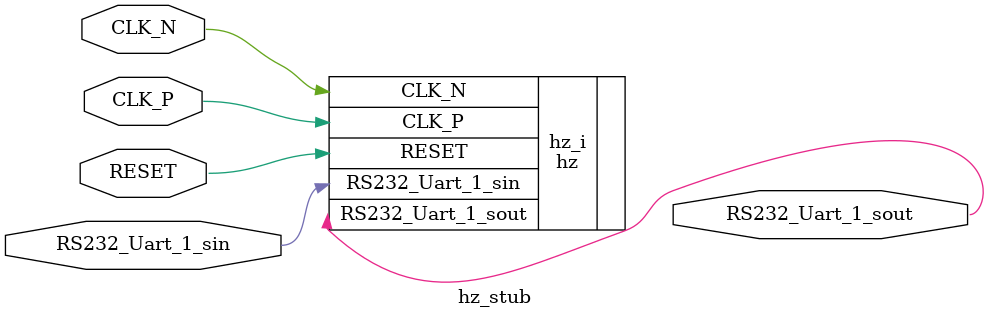
<source format=v>

module hz_stub
  (
    RS232_Uart_1_sout,
    RS232_Uart_1_sin,
    RESET,
    CLK_P,
    CLK_N
  );
  output RS232_Uart_1_sout;
  input RS232_Uart_1_sin;
  input RESET;
  input CLK_P;
  input CLK_N;

  (* BOX_TYPE = "user_black_box" *)
  hz
    hz_i (
      .RS232_Uart_1_sout ( RS232_Uart_1_sout ),
      .RS232_Uart_1_sin ( RS232_Uart_1_sin ),
      .RESET ( RESET ),
      .CLK_P ( CLK_P ),
      .CLK_N ( CLK_N )
    );

endmodule


</source>
